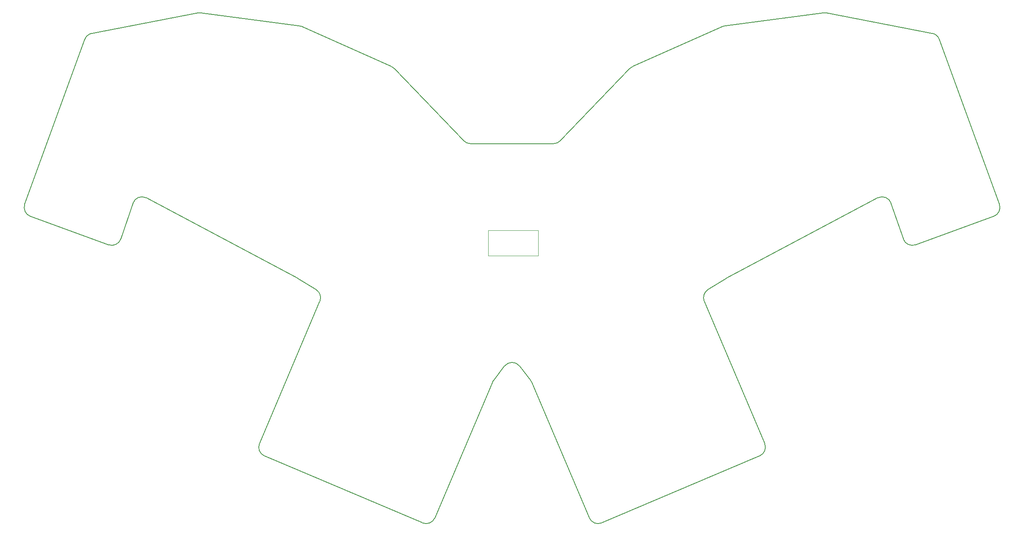
<source format=gm1>
G04 #@! TF.GenerationSoftware,KiCad,Pcbnew,9.0.0*
G04 #@! TF.CreationDate,2025-03-22T22:46:10+01:00*
G04 #@! TF.ProjectId,chouchou_mx,63686f75-6368-46f7-955f-6d782e6b6963,v1.0.0*
G04 #@! TF.SameCoordinates,Original*
G04 #@! TF.FileFunction,Profile,NP*
%FSLAX46Y46*%
G04 Gerber Fmt 4.6, Leading zero omitted, Abs format (unit mm)*
G04 Created by KiCad (PCBNEW 9.0.0) date 2025-03-22 22:46:10*
%MOMM*%
%LPD*%
G01*
G04 APERTURE LIST*
G04 #@! TA.AperFunction,Profile*
%ADD10C,0.150000*%
G04 #@! TD*
G04 #@! TA.AperFunction,Profile*
%ADD11C,0.120000*%
G04 #@! TD*
G04 APERTURE END LIST*
D10*
X210636002Y-173214893D02*
X208359730Y-176167836D01*
X296957086Y-147714489D02*
G75*
G02*
X294379565Y-146479290I-684086J1879389D01*
G01*
X288995630Y-137856011D02*
X257360342Y-154667248D01*
X216080291Y-176167836D02*
X213804019Y-173214893D01*
X167348551Y-101636199D02*
G75*
G02*
X167903961Y-101792384I-258051J-1983301D01*
G01*
X132612440Y-138977960D02*
G75*
G02*
X135444423Y-137855951I1893460J-644140D01*
G01*
X187554968Y-110703774D02*
X202074403Y-125840930D01*
X130060397Y-146479270D02*
G75*
G02*
X127482947Y-147714456I-1893397J644170D01*
G01*
X167079678Y-154667249D02*
G75*
G02*
X167195720Y-154733989I-939078J-1767051D01*
G01*
X228441486Y-205123097D02*
X216337292Y-176607404D01*
X146861625Y-98970433D02*
X167348551Y-101636199D01*
X222365618Y-125840930D02*
G75*
G02*
X220922261Y-126456453I-1443318J1384430D01*
G01*
X237514937Y-110261139D02*
X256536062Y-101792389D01*
X277578397Y-98970433D02*
G75*
G02*
X278212999Y-98989466I258103J-1983267D01*
G01*
X278212997Y-98989478D02*
X300448457Y-103251918D01*
X122488715Y-104532114D02*
G75*
G02*
X123991570Y-103251948I1879385J-684086D01*
G01*
X127482935Y-147714488D02*
X111073765Y-141742038D01*
X160233285Y-192114370D02*
G75*
G02*
X159173763Y-189491908I781415J1840970D01*
G01*
X236885053Y-110703774D02*
G75*
G02*
X237514936Y-110261136I1443347J-1384426D01*
G01*
X294379623Y-146479270D02*
X291827580Y-138977960D01*
X256536062Y-101792389D02*
G75*
G02*
X257091471Y-101636210I813438J-1827111D01*
G01*
X171068074Y-157137027D02*
X167195721Y-154733988D01*
X146227025Y-98989478D02*
G75*
G02*
X146861627Y-98970420I376575J-1964222D01*
G01*
X301951306Y-104532113D02*
X314561601Y-139178613D01*
X203517760Y-126456473D02*
G75*
G02*
X202074430Y-125840904I40J1999973D01*
G01*
X203517760Y-126456474D02*
X220922261Y-126456474D01*
X159173739Y-189491898D02*
X171854513Y-159617866D01*
X300448457Y-103251917D02*
G75*
G02*
X301951320Y-104532108I-376557J-1964283D01*
G01*
X288995630Y-137856012D02*
G75*
G02*
X291827622Y-138977946I938570J-1766088D01*
G01*
X222365618Y-125840930D02*
X236885053Y-110703774D01*
X210636001Y-173214892D02*
G75*
G02*
X213804019Y-173214892I1584009J-1221032D01*
G01*
X252585508Y-159617867D02*
G75*
G02*
X253371948Y-157137029I1840992J781467D01*
G01*
X186925084Y-110261140D02*
G75*
G02*
X187554960Y-110703781I-813484J-1827060D01*
G01*
X167903959Y-101792389D02*
X186925084Y-110261139D01*
X123991564Y-103251918D02*
X146227024Y-98989478D01*
X195998536Y-205123098D02*
G75*
G02*
X193376057Y-206182659I-1841036J781498D01*
G01*
X132612441Y-138977960D02*
X130060398Y-146479270D01*
X257091470Y-101636199D02*
X277578396Y-98970433D01*
X257244299Y-154733988D02*
X253371947Y-157137027D01*
X109878420Y-139178613D02*
X122488714Y-104532113D01*
X208102729Y-176607404D02*
G75*
G02*
X208359722Y-176167830I1840971J-781396D01*
G01*
X314561602Y-139178613D02*
G75*
G02*
X313366280Y-141742105I-1879402J-684087D01*
G01*
X313366256Y-141742038D02*
X296957086Y-147714488D01*
X111073765Y-141742038D02*
G75*
G02*
X109878474Y-139178633I684035J1879338D01*
G01*
X160233286Y-192114370D02*
X193376063Y-206182645D01*
X216080291Y-176167835D02*
G75*
G02*
X216337281Y-176607409I-1583991J-1220965D01*
G01*
X231063957Y-206182645D02*
X264206735Y-192114370D01*
X208102729Y-176607404D02*
X195998535Y-205123097D01*
X231063957Y-206182644D02*
G75*
G02*
X228441475Y-205123102I-781457J1841044D01*
G01*
X257244299Y-154733987D02*
G75*
G02*
X257360342Y-154667248I1054301J-1698913D01*
G01*
X171068073Y-157137027D02*
G75*
G02*
X171854507Y-159617864I-1054573J-1699373D01*
G01*
X167079679Y-154667248D02*
X135444391Y-137856011D01*
X252585508Y-159617866D02*
X265266282Y-189491898D01*
X265266282Y-189491899D02*
G75*
G02*
X264206749Y-192114404I-1840982J-781501D01*
G01*
D11*
X207220000Y-150030000D02*
X207220000Y-144660000D01*
X207220000Y-150030000D02*
X217720000Y-150030000D01*
X217720000Y-144660000D02*
X207220000Y-144660000D01*
X217720000Y-144660000D02*
X217720000Y-150030000D01*
M02*

</source>
